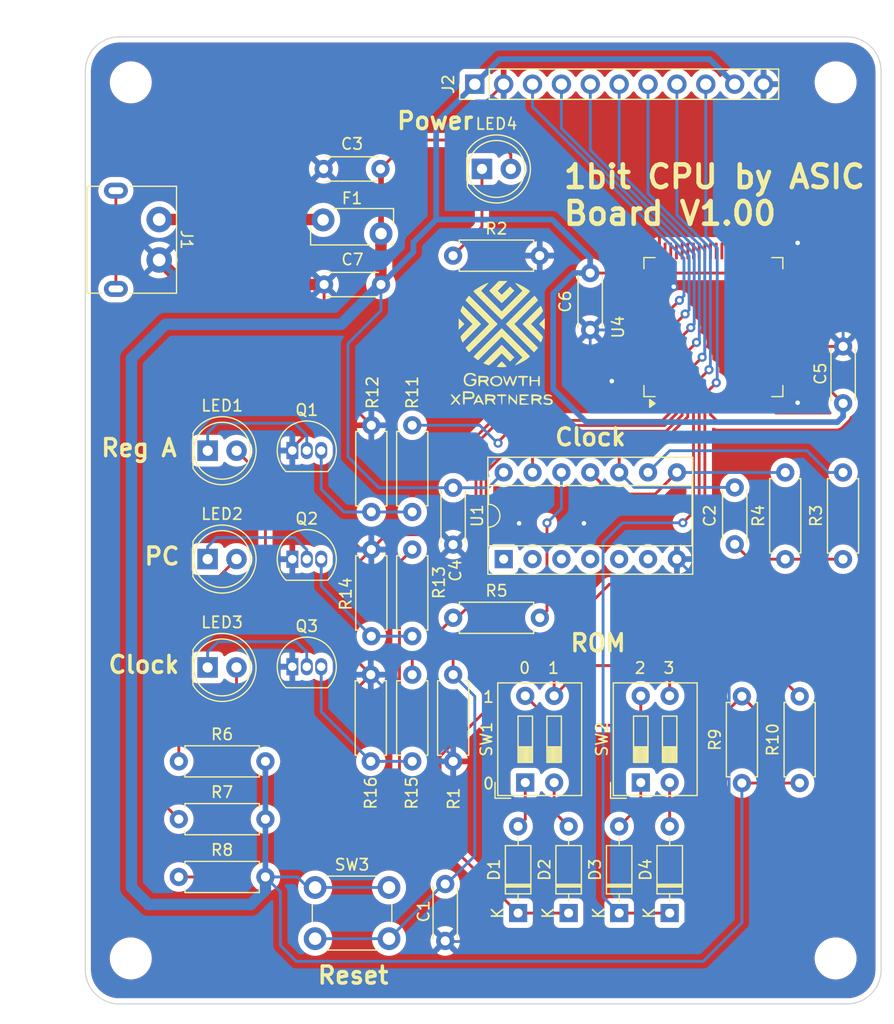
<source format=kicad_pcb>
(kicad_pcb (version 20240108) (generator "pcbnew") (generator_version "8.0")
  (layers (0 "F.Cu" signal) (31 "B.Cu" signal) (34 "B.Paste" user) (35 "F.Paste" user) (36 "B.SilkS" user "B.Silkscreen") (37 "F.SilkS" user "F.Silkscreen") (38 "B.Mask" user) (39 "F.Mask" user) (44 "Edge.Cuts" user))
  (net 0 "")
  (net 1 "Net-(J2-Pin_4)")
  (net 2 "GND")
  (net 3 "Net-(C2-Pad1)")
  (net 4 "Net-(C2-Pad2)")
  (net 5 "+5V")
  (net 6 "Net-(D1-K)")
  (net 7 "Net-(D1-A)")
  (net 8 "Net-(D2-A)")
  (net 9 "Net-(D3-K)")
  (net 10 "Net-(D3-A)")
  (net 11 "Net-(D4-A)")
  (net 12 "Net-(LED1-A)")
  (net 13 "Net-(LED2-A)")
  (net 14 "Net-(LED3-A)")
  (net 15 "Net-(LED4-K)")
  (net 16 "Net-(R3-Pad2)")
  (net 17 "Net-(R4-Pad2)")
  (net 18 "Net-(R5-Pad2)")
  (net 19 "Net-(LED1-K)")
  (net 20 "Net-(LED2-K)")
  (net 21 "Net-(LED3-K)")
  (net 22 "Net-(Q1-B)")
  (net 23 "Net-(F1-Pad1)")
  (net 24 "unconnected-(J1-SHIELD-PadS1)")
  (net 25 "Net-(Q2-B)")
  (net 26 "Net-(Q3-B)")
  (net 27 "Net-(J2-Pin_3)")
  (net 28 "Net-(J2-Pin_9)")
  (net 29 "Net-(J2-Pin_8)")
  (net 30 "Net-(J2-Pin_5)")
  (footprint "Package_DIP:DIP-14_W7.62mm_Socket" (layer "F.Cu") (at 142.24 104.14 90)
    (property "Reference" "U1")
    (property "Value" "74HC04")
  )
  (footprint "LOGO" (layer "F.Cu") (at 141.8 85)
    (property "Reference" "G***" (hide yes))
    (property "Value" "LOGO" (hide yes))
  )
  (footprint "LED_THT:LED_D5.0mm" (layer "F.Cu") (at 116.2 113.665)
    (property "Reference" "LED3")
    (property "Value" "LED" (hide yes))
  )
  (footprint "Package_TO_SOT_THT:TO-92_Inline" (layer "F.Cu") (at 123.65 113.6)
    (property "Reference" "Q3")
    (property "Value" "2SC1815")
  )
  (footprint "Resistor_THT:R_Axial_DIN0207_L6.3mm_D2.5mm_P7.62mm_Horizontal" (layer "F.Cu") (at 167.01 104.15 90)
    (property "Reference" "R4")
    (property "Value" "47k")
  )
  (footprint "Capacitor_THT:C_Disc_D4.3mm_W1.9mm_P5.00mm" (layer "F.Cu") (at 126.445 80.01)
    (property "Reference" "C7")
    (property "Value" "0.1u")
  )
  (footprint "Resistor_THT:R_Axial_DIN0207_L6.3mm_D2.5mm_P7.62mm_Horizontal" (layer "F.Cu") (at 134.2 114.3 -90)
    (property "Reference" "R15")
    (property "Value" "20k")
  )
  (footprint "Package_TO_SOT_THT:TO-92_Inline" (layer "F.Cu") (at 123.65 94.6)
    (property "Reference" "Q1")
    (property "Value" "2SC1815")
  )
  (footprint "MountingHole:MountingHole_3.2mm_M3" (layer "F.Cu") (at 171.44 62.24)
    (property "Reference" "H2" (hide yes))
    (property "Value" "MountingHole")
  )
  (footprint "Package_QFP:LQFP-80_12x12mm_P0.5mm" (layer "F.Cu") (at 160.6875 83.75 90)
    (property "Reference" "U4")
    (property "Value" "PTC06-1")
  )
  (footprint "Diode_THT:D_DO-35_SOD27_P7.62mm_Horizontal" (layer "F.Cu") (at 152.4 135.255 90)
    (property "Reference" "D3")
    (property "Value" "1N4148")
  )
  (footprint "LED_THT:LED_D5.0mm" (layer "F.Cu") (at 140.33 69.85)
    (property "Reference" "LED4")
    (property "Value" "LED" (hide yes))
  )
  (footprint "Capacitor_THT:C_Disc_D4.3mm_W1.9mm_P5.00mm" (layer "F.Cu") (at 172.1 85.45 -90)
    (property "Reference" "C5")
    (property "Value" "0.1u")
  )
  (footprint "Resistor_THT:R_Axial_DIN0207_L6.3mm_D2.5mm_P7.62mm_Horizontal" (layer "F.Cu") (at 172.09 104.15 90)
    (property "Reference" "R3")
    (property "Value" "100k")
  )
  (footprint "Diode_THT:D_DO-35_SOD27_P7.62mm_Horizontal" (layer "F.Cu") (at 156.845 135.255 90)
    (property "Reference" "D4")
    (property "Value" "1N4148")
  )
  (footprint "LED_THT:LED_D5.0mm" (layer "F.Cu") (at 116.205 94.615)
    (property "Reference" "LED1")
    (property "Value" "LED" (hide yes))
  )
  (footprint "Resistor_THT:R_Axial_DIN0207_L6.3mm_D2.5mm_P7.62mm_Horizontal" (layer "F.Cu") (at 163.195 123.825 90)
    (property "Reference" "R9")
    (property "Value" "10k")
  )
  (footprint "Resistor_THT:R_Axial_DIN0207_L6.3mm_D2.5mm_P7.62mm_Horizontal" (layer "F.Cu") (at 113.665 132.08)
    (property "Reference" "R8")
    (property "Value" "1k")
  )
  (footprint "Button_Switch_THT:SW_DIP_SPSTx02_Slide_9.78x7.26mm_W7.62mm_P2.54mm" (layer "F.Cu") (at 144.14 123.7825 90)
    (property "Reference" "SW1")
    (property "Value" "SW" (hide yes))
  )
  (footprint "MountingHole:MountingHole_3.2mm_M3" (layer "F.Cu") (at 109.44 62.24)
    (property "Reference" "H1" (hide yes))
    (property "Value" "MountingHole")
  )
  (footprint "Button_Switch_THT:SW_DIP_SPSTx02_Slide_9.78x7.26mm_W7.62mm_P2.54mm" (layer "F.Cu") (at 154.3 123.7825 90)
    (property "Reference" "SW2")
    (property "Value" "SW" (hide yes))
  )
  (footprint "Diode_THT:D_DO-35_SOD27_P7.62mm_Horizontal" (layer "F.Cu") (at 147.955 135.255 90)
    (property "Reference" "D2")
    (property "Value" "1N4148")
  )
  (footprint "Resistor_THT:R_Axial_DIN0207_L6.3mm_D2.5mm_P7.62mm_Horizontal" (layer "F.Cu") (at 137.8 114.3 -90)
    (property "Reference" "R1")
    (property "Value" "10k")
  )
  (footprint "LED_THT:LED_D5.0mm" (layer "F.Cu") (at 116.2 104.14)
    (property "Reference" "LED2")
    (property "Value" "LED" (hide yes))
  )
  (footprint "Capacitor_THT:C_Disc_D4.3mm_W1.9mm_P5.00mm" (layer "F.Cu") (at 137.795 102.87 90)
    (property "Reference" "C4")
    (property "Value" "0.1u")
  )
  (footprint "Resistor_THT:R_Axial_DIN0207_L6.3mm_D2.5mm_P7.62mm_Horizontal" (layer "F.Cu") (at 137.8 109.3)
    (property "Reference" "R5")
    (property "Value" "10k")
  )
  (footprint "Resistor_THT:R_Axial_DIN0207_L6.3mm_D2.5mm_P7.62mm_Horizontal" (layer "F.Cu") (at 113.665 127)
    (property "Reference" "R7")
    (property "Value" "1k")
  )
  (footprint "Button_Switch_THT:SW_PUSH_6mm" (layer "F.Cu") (at 125.655 133.005)
    (property "Reference" "SW3")
    (property "Value" "SW_Push" (hide yes))
  )
  (footprint "Library:USB_C_PowerOnly" (layer "F.Cu") (at 109.527 76.073 -90)
    (property "Reference" "J1")
    (property "Value" "USB_C_Receptacle_PowerOnly_6P")
  )
  (footprint "Package_TO_SOT_THT:TO-92_Inline" (layer "F.Cu") (at 123.65 104.15)
    (property "Reference" "Q2")
    (property "Value" "2SC1815")
  )
  (footprint "Resistor_THT:R_Axial_DIN0207_L6.3mm_D2.5mm_P7.62mm_Horizontal" (layer "F.Cu") (at 130.55 121.92 90)
    (property "Reference" "R16")
    (property "Value" "10k")
  )
  (footprint "Resistor_THT:R_Axial_DIN0207_L6.3mm_D2.5mm_P7.62mm_Horizontal" (layer "F.Cu") (at 130.6 100 90)
    (property "Reference" "R12")
    (property "Value" "10k")
  )
  (footprint "MountingHole:MountingHole_3.2mm_M3" (layer "F.Cu") (at 109.44 139.24)
    (property "Reference" "H4" (hide yes))
    (property "Value" "MountingHole")
  )
  (footprint "Capacitor_THT:C_Disc_D4.3mm_W1.9mm_P5.00mm" (layer "F.Cu") (at 162.565 102.84 90)
    (property "Reference" "C2")
    (property "Value" "10u")
  )
  (footprint "Resistor_THT:R_Axial_DIN0207_L6.3mm_D2.5mm_P7.62mm_Horizontal" (layer "F.Cu") (at 130.6 110.92 90)
    (property "Reference" "R14")
    (property "Value" "10k")
  )
  (footprint "Capacitor_THT:C_Disc_D4.3mm_W1.9mm_P5.00mm" (layer "F.Cu") (at 137.1 137.7 90)
    (property "Reference" "C1")
    (property "Value" "0.1u")
  )
  (footprint "Fuse:Fuse_Bourns_MF-RG300" (layer "F.Cu") (at 126.355 74.33)
    (property "Reference" "F1")
    (property "Value" "100mA")
  )
  (footprint "Capacitor_THT:C_Disc_D4.3mm_W1.9mm_P5.00mm" (layer "F.Cu") (at 126.405 69.85)
    (property "Reference" "C3")
    (property "Value" "10u")
  )
  (footprint "Capacitor_THT:C_Disc_D4.3mm_W1.9mm_P5.00mm" (layer "F.Cu") (at 149.85 84 90)
    (property "Reference" "C6")
    (property "Value" "0.1u")
  )
  (footprint "Diode_THT:D_DO-35_SOD27_P7.62mm_Horizontal" (layer "F.Cu") (at 143.51 135.255 90)
    (property "Reference" "D1")
    (property "Value" "1N4148")
  )
  (footprint "Connector_PinHeader_2.54mm:PinHeader_1x11_P2.54mm_Vertical" (layer "F.Cu") (at 139.7 62.4 90)
    (property "Reference" "J2")
    (property "Value" "Conn_01x11")
  )
  (footprint "Resistor_THT:R_Axial_DIN0207_L6.3mm_D2.5mm_P7.62mm_Horizontal" (layer "F.Cu") (at 168.275 123.825 90)
    (property "Reference" "R10")
    (property "Value" "10k")
  )
  (footprint "Resistor_THT:R_Axial_DIN0207_L6.3mm_D2.5mm_P7.62mm_Horizontal" (layer "F.Cu") (at 137.79 77.47)
    (property "Reference" "R2")
    (property "Value" "1k")
  )
  (footprint "Resistor_THT:R_Axial_DIN0207_L6.3mm_D2.5mm_P7.62mm_Horizontal" (layer "F.Cu") (at 134.2 92.38 -90)
    (property "Reference" "R11")
    (property "Value" "20k")
  )
  (footprint "Resistor_THT:R_Axial_DIN0207_L6.3mm_D2.5mm_P7.62mm_Horizontal" (layer "F.Cu") (at 113.665 121.92)
    (property "Reference" "R6")
    (property "Value" "1k")
  )
  (footprint "MountingHole:MountingHole_3.2mm_M3" (layer "F.Cu") (at 171.44 139.24)
    (property "Reference" "H3" (hide yes))
    (property "Value" "MountingHole")
  )
  (footprint "Resistor_THT:R_Axial_DIN0207_L6.3mm_D2.5mm_P7.62mm_Horizontal" (layer "F.Cu") (at 134.2 103.3 -90)
    (property "Reference" "R13")
    (property "Value" "20k")
  )
  (gr_arc (start 105.44 61.24) (mid 106.31868 59.11868) (end 108.44 58.24) (stroke (width 0.1)) (layer "Edge.Cuts"))
  (gr_line (start 105.44 140.24) (end 105.44 61.24) (stroke (width 0.1)) (layer "Edge.Cuts"))
  (gr_line (start 172.44 143.24) (end 108.44 143.24) (stroke (width 0.1)) (layer "Edge.Cuts"))
  (gr_arc (start 172.44 58.24) (mid 174.56132 59.11868) (end 175.44 61.24) (stroke (width 0.1)) (layer "Edge.Cuts"))
  (gr_arc (start 175.44 140.24) (mid 174.56132 142.36132) (end 172.44 143.24) (stroke (width 0.1)) (layer "Edge.Cuts"))
  (gr_arc (start 108.44 143.24) (mid 106.31868 142.36132) (end 105.44 140.24) (stroke (width 0.1)) (layer "Edge.Cuts"))
  (gr_line (start 175.44 61.24) (end 175.44 140.24) (stroke (width 0.1)) (layer "Edge.Cuts"))
  (gr_line (start 108.44 58.24) (end 172.44 58.24) (stroke (width 0.1)) (layer "Edge.Cuts"))
  (gr_text "0" (at 140.335 124.46 0) (layer "F.SilkS") (effects (font (size 1 1)) (justify left bottom)))
  (gr_text "3" (at 156.21 114.3 0) (layer "F.SilkS") (effects (font (size 1 1)) (justify left bottom)))
  (gr_text "Clock" (at 107.315 114.3 0) (layer "F.SilkS") (effects (font (size 1.5 1.5) (thickness 0.3) (bold yes)) (justify left bottom)))
  (gr_text "Reg A" (at 106.68 95.25 0) (layer "F.SilkS") (effects (font (size 1.5 1.5) (thickness 0.3) (bold yes)) (justify left bottom)))
  (gr_text "Reset" (at 125.73 141.605 0) (layer "F.SilkS") (effects (font (size 1.5 1.5) (thickness 0.3) (bold yes)) (justify left bottom)))
  (gr_text "1" (at 146.05 114.3 0) (layer "F.SilkS") (effects (font (size 1 1)) (justify left bottom)))
  (gr_text "ROM" (at 147.955 112.395 0) (layer "F.SilkS") (effects (font (size 1.5 1.5) (thickness 0.3) (bold yes)) (justify left bottom)))
  (gr_text "1" (at 140.335 116.84 0) (layer "F.SilkS") (effects (font (size 1 1)) (justify left bottom)))
  (gr_text "1bit CPU by ASIC\nBoard V1.00" (at 147.32 74.93 0) (layer "F.SilkS") (effects (font (size 2 2) (thickness 0.4) (bold yes)) (justify left bottom)))
  (gr_text "Power" (at 132.7 66.5 0) (layer "F.SilkS") (effects (font (size 1.5 1.5) (thickness 0.3) (bold yes)) (justify left bottom)))
  (gr_text "2" (at 153.67 114.3 0) (layer "F.SilkS") (effects (font (size 1 1)) (justify left bottom)))
  (gr_text "0" (at 143.51 114.3 0) (layer "F.SilkS") (effects (font (size 1 1)) (justify left bottom)))
  (gr_text "Clock" (at 146.6 94.3 0) (layer "F.SilkS") (effects (font (size 1.5 1.5) (thickness 0.3) (bold yes)) (justify left bottom)))
  (gr_text "PC" (at 110.49 104.775 0) (layer "F.SilkS") (effects (font (size 1.5 1.5) (thickness 0.3) (bold yes)) (justify left bottom)))
  (segment (start 131.705 137.505) (end 132.155 137.505) (width 0.25) (layer "F.Cu") (net 1))
  (segment (start 157.4375 91.361136) (end 156.398636 92.4) (width 0.25) (layer "F.Cu") (net 1))
  (segment (start 157.4375 83.3625) (end 157.4375 90.4375) (width 0.25) (layer "F.Cu") (net 1))
  (segment (start 137.795 112.255) (end 137.795 114.3) (width 0.25) (layer "F.Cu") (net 1))
  (segment (start 156.398636 92.4) (end 141.436396 92.4) (width 0.25) (layer "F.Cu") (net 1))
  (segment (start 141.436396 92.4) (end 140.25 93.586396) (width 0.25) (layer "F.Cu") (net 1))
  (segment (start 157.4375 90.4375) (end 157.4375 91.361136) (width 0.25) (layer "F.Cu") (net 1))
  (segment (start 140.25 93.586396) (end 140.25 109.8) (width 0.25) (layer "F.Cu") (net 1))
  (segment (start 158.2 82.6) (end 157.4375 83.3625) (width 0.25) (layer "F.Cu") (net 1))
  (segment (start 136.91 133.005) (end 137.16 132.755) (width 0.25) (layer "F.Cu") (net 1))
  (segment (start 140.25 109.8) (end 137.795 112.255) (width 0.25) (layer "F.Cu") (net 1))
  (via (at 158.2 82.6) (size 0.8) (drill 0.4) (layers "F.Cu" "B.Cu") (net 1))
  (segment (start 139.7 116.205) (end 137.795 114.3) (width 0.25) (layer "B.Cu") (net 1))
  (segment (start 147.32 66.283604) (end 147.32 62.4) (width 0.25) (layer "B.Cu") (net 1))
  (segment (start 125.655 137.505) (end 132.155 137.505) (width 0.25) (layer "B.Cu") (net 1))
  (segment (start 158.55 77.513604) (end 147.32 66.283604) (width 0.25) (layer "B.Cu") (net 1))
  (segment (start 132.155 137.505) (end 136.96 132.7) (width 0.25) (layer "B.Cu") (net 1))
  (segment (start 158.55 82.25) (end 158.55 77.513604) (width 0.25) (layer "B.Cu") (net 1))
  (segment (start 158.2 82.6) (end 158.55 82.25) (width 0.25) (layer "B.Cu") (net 1))
  (segment (start 137.16 132.755) (end 139.7 130.215) (width 0.25) (layer "B.Cu") (net 1))
  (segment (start 139.7 130.215) (end 139.7 116.205) (width 0.25) (layer "B.Cu") (net 1))
  (segment (start 136.96 132.7) (end 137.1 132.7) (width 0.25) (layer "B.Cu") (net 1))
  (segment (start 138.74 65.9) (end 130.355 65.9) (width 0.25) (layer "F.Cu") (net 2))
  (segment (start 123.65 94.6) (end 123.65 94.375) (width 0.25) (layer "F.Cu") (net 2))
  (segment (start 129 102.6) (end 129.7 103.3) (width 0.25) (layer "F.Cu") (net 2))
  (segment (start 154 88.5) (end 151.75 88.5) (width 0.25) (layer "F.Cu") (net 2))
  (segment (start 114.099 80.01) (end 111.94 77.851) (width 1) (layer "F.Cu") (net 2))
  (segment (start 134.1 134.7) (end 137.1 137.7) (width 0.25) (layer "F.Cu") (net 2))
  (segment (start 128.27 71.715) (end 128.27 78.185) (width 0.25) (layer "F.Cu") (net 2))
  (segment (start 128.95 125.45) (end 134.1 130.6) (width 0.25) (layer "F.Cu") (net 2))
  (segment (start 167.45 75.7) (end 168.1 76.35) (width 0.25) (layer "F.Cu") (net 2))
  (segment (start 130.6 103.3) (end 131.9 102) (width 0.25) (layer "F.Cu") (net 2))
  (segment (start 136.925 102) (end 137.795 102.87) (width 0.25) (layer "F.Cu") (net 2))
  (segment (start 129.05 104.85) (end 129.05 112.8) (width 0.25) (layer "F.Cu") (net 2))
  (segment (start 168.16224 88) (end 170.71224 85.45) (width 0.25) (layer "F.Cu") (net 2))
  (segment (start 126.405 69.85) (end 128.27 71.715) (width 0.25) (layer "F.Cu") (net 2))
  (segment (start 167.375 79) (end 168.1 78.275) (width 0.25) (layer "F.Cu") (net 2))
  (segment (start 134.1 130.6) (end 134.1 134.7) (width 0.25) (layer "F.Cu") (net 2))
  (segment (start 130.355 65.9) (end 126.405 69.85) (width 0.25) (layer "F.Cu") (net 2))
  (segment (start 168.1 78.275) (end 168.1 76.35) (width 0.25) (layer "F.Cu") (net 2))
  (segment (start 125.645 92.38) (end 130.6 92.38) (width 0.25) (layer "F.Cu") (net 2))
  (segment (start 170.71224 85.45) (end 172.1 85.45) (width 0.25) (layer "F.Cu") (net 2))
  (segment (start 130.6 103.3) (end 129.05 104.85) (width 0.25) (layer "F.Cu") (net 2))
  (segment (start 128.95 115.9) (end 128.95 125.45) (width 0.25) (layer "F.Cu") (net 2))
  (segment (start 129 97.3) (end 129 102.6) (width 0.25) (layer "F.Cu") (net 2))
  (segment (start 128.27 78.185) (end 126.445 80.01) (width 0.25) (layer "F.Cu") (net 2))
  (segment (start 130.6 92.38) (end 130.6 95.7) (width 0.25) (layer "F.Cu") (net 2))
  (segment (start 130.6 95.7) (end 129 97.3) (width 0.25) (layer "F.Cu") (net 2))
  (segment (start 126.445 80.01) (end 114.099 80.01) (width 1) (layer "F.Cu") (net 2))
  (segment (start 123.65 104.15) (end 123.65 113.6) (width 0.25) (layer "F.Cu") (net 2))
  (segment (start 131.9 102) (end 136.925 102) (width 0.25) (layer "F.Cu") (net 2))
  (segment (start 126.445 80.01) (end 126.445 88.225) (width 0.25) (layer "F.Cu") (net 2))
  (segment (start 136.91 137.505) (end 137.16 137.755) (width 0.25) (layer "F.Cu") (net 2))
  (segment (start 126.445 88.225) (end 130.6 92.38) (width 0.25) (layer "F.Cu") (net 2))
  (segment (start 129.7 103.3) (end 130.6 103.3) (width 0.25) (layer "F.Cu") (net 2))
  (segment (start 130.55 114.3) (end 128.95 115.9) (width 0.25) (layer "F.Cu") (net 2))
  (segment (start 157.2 80.2) (end 156.4375 80.9625) (width 0.25) (layer "F.Cu") (net 2))
  (segment (start 156.4375 80.9625) (end 156.4375 90.4375) (width 0.25) (layer "F.Cu") (net 2))
  (segment (start 123.65 94.6) (end 123.65 104.15) (width 0.25) (layer "F.Cu") (net 2))
  (segment (start 155.9375 77.0625) (end 155.9375 75.9125) (width 0.25) (layer "F.Cu") (net 2))
  (segment (start 168.0625 90.4375) (end 168.1 90.4) (width 0.25) (layer "F.Cu") (net 2))
  (segment (start 156.15 75.7) (end 167.45 75.7) (width 0.25) (layer "F.Cu") (net 2))
  (segment (start 129.05 112.8) (end 130.55 114.3) (width 0.25) (layer "F.Cu") (net 2))
  (segment (start 123.65 94.375) (end 125.645 92.38) (width 0.25) (layer "F.Cu") (net 2))
  (segment (start 165.4375 90.4375) (end 168.0625 90.4375) (width 0.25) (layer "F.Cu") (net 2))
  (segment (start 167.375 88) (end 168.16224 88) (width 0.25) (layer "F.Cu") (net 2))
  (segment (start 142.24 62.4) (end 138.74 65.9) (width 0.25) (layer "F.Cu") (net 2))
  (segment (start 155.9375 75.9125) (end 156.15 75.7) (width 0.25) (layer "F.Cu") (net 2))
  (via (at 149.3 101) (size 0.8) (drill 0.4) (layers "F.Cu" "B.Cu") (net 2))
  (via (at 168.1 76.35) (size 0.8) (drill 0.4) (layers "F.Cu" "B.Cu") (net 2))
  (via (at 151.75 88.5) (size 0.8) (drill 0.4) (layers "F.Cu" "B.Cu") (net 2))
  (via (at 168.1 90.4) (size 0.8) (drill 0.4) (layers "F.Cu" "B.Cu") (net 2))
  (via (at 143.6 101) (size 0.8) (drill 0.4) (layers "F.Cu" "B.Cu") (net 2))
  (via (at 157.2 80.2) (size 0.8) (drill 0.4) (layers "F.Cu" "B.Cu") (net 2))
  (segment (start 168.1 89.45) (end 172.1 85.45) (width 0.25) (layer "B.Cu") (net 2))
  (segment (start 151.75 88.5) (end 149.85 86.6) (width 0.25) (layer "B.Cu") (net 2))
  (segment (start 137.8 121.55) (end 137.8 121.92) (width 0.25) (layer "B.Cu") (net 2))
  (segment (start 168.1 76.35) (end 168.1 70.7) (width 0.25) (layer "B.Cu") (net 2))
  (segment (start 156.55 80.2) (end 152.75 84) (width 0.25) (layer "B.Cu") (net 2))
  (segment (start 157.2 80.2) (end 156.55 80.2) (width 0.25) (layer "B.Cu") (net 2))
  (segment (start 162.07 132.28) (end 156.595 137.755) (width 0.25) (layer "B.Cu") (net 2))
  (segment (start 152.75 84) (end 149.85 84) (width 0.25) (layer "B.Cu") (net 2))
  (segment (start 168.1 70.7) (end 165.1 67.7) (width 0.25) (layer "B.Cu") (net 2))
  (segment (start 168.1 76.35) (end 172.1 80.35) (width 0.25) (layer "B.Cu") (net 2))
  (segment (start 168.1 90.4) (end 168.1 89.45) (width 0.25) (layer "B.Cu") (net 2))
  (segment (start 156.595 137.755) (end 137.16 137.755) (width 0.25) (layer "B.Cu") (net 2))
  (segment (start 130.55 114.3) (end 137.8 121.55) (width 0.25) (layer "B.Cu") (net 2))
  (segment (start 162.07 108.73) (end 162.07 132.28) (width 0.25) (layer "B.Cu") (net 2))
  (segment (start 172.1 80.35) (end 172.1 85.45) (width 0.25) (layer "B.Cu") (net 2))
  (segment (start 165.1 67.7) (end 165.1 62.4) (width 0.25) (layer "B.Cu") (net 2))
  (segment (start 157.48 104.14) (end 162.07 108.73) (width 0.25) (layer "B.Cu") (net 2))
  (segment (start 149.85 86.6) (end 149.85 84) (width 0.25) (layer "B.Cu") (net 2))
  (segment (start 167.01 104.15) (end 163.875 104.15) (width 0.25) (layer "F.Cu") (net 3))
  (segment (start 172.09 104.15) (end 167.01 104.15) (width 0.25) (layer "F.Cu") (net 3))
  (segment (start 163.875 104.15) (end 162.565 102.84) (width 0.25) (layer "F.Cu") (net 3))
  (segment (start 144.78 96.52) (end 144.78 95.25) (width 0.25) (layer "F.Cu") (net 4))
  (segment (start 144.78 95.25) (end 146.05 93.98) (width 0.25) (layer "F.Cu") (net 4))
  (segment (start 151.13 93.98) (end 152.4 95.25) (width 0.25) (layer "F.Cu") (net 4))
  (segment (start 152.4 95.25) (end 152.4 96.52) (width 0.25) (layer "F.Cu") (net 4))
  (segment (start 146.05 93.98) (end 151.13 93.98) (width 0.25) (layer "F.Cu") (net 4))
  (segment (start 153.72 97.84) (end 152.4 96.52) (width 0.25) (layer "B.Cu") (net 4))
  (segment (start 162.565 97.84) (end 153.72 97.84) (width 0.25) (layer "B.Cu") (net 4))
  (segment (start 171.5 92.05) (end 172.1 91.45) (width 0.25) (layer "F.Cu") (net 5))
  (segment (start 131.405 69.85) (end 131.405 69.905) (width 0.25) (layer "F.Cu") (net 5))
  (segment (start 165.4375 79.1) (end 165.4375 77.0625) (width 0.25) (layer "F.Cu") (net 5))
  (segment (start 131.455 75.53) (end 131.455 76.455) (width 0.25) (layer "F.Cu") (net 5))
  (segment (start 160.4375 91.4375) (end 161.05 92.05) (width 0.25) (layer "F.Cu") (net 5))
  (segment (start 165.4375 87.34974) (end 165.4375 79.1) (width 0.25) (layer "F.Cu") (net 5))
  (segment (start 154 79) (end 149.85 79) (width 0.25) (layer "F.Cu") (net 5))
  (segment (start 133.945 67.31) (end 141.605 67.31) (width 0.25) (layer "F.Cu") (net 5))
  (segment (start 161.05 92.05) (end 171.5 92.05) (width 0.25) (layer "F.Cu") (net 5))
  (segment (start 141.605 67.31) (end 142.87 68.575) (width 0.25) (layer "F.Cu") (net 5))
  (segment (start 131.405 79.97) (end 131.445 80.01) (width 0.25) (layer "F.Cu") (net 5))
  (segment (start 131.455 69.955) (end 131.455 75.53) (width 0.5) (layer "F.Cu") (net 5))
  (segment (start 163.195 123.825) (end 168.275 123.825) (width 0.25) (layer "F.Cu") (net 5))
  (segment (start 166.58776 88.5) (end 165.4375 87.34974) (width 0.25) (layer "F.Cu") (net 5))
  (segment (start 154 79) (end 155.9 79) (width 0.25) (layer "F.Cu") (net 5))
  (segment (start 131.405 69.905) (end 131.455 69.955) (width 0.25) (layer "F.Cu") (net 5))
  (segment (start 155.9 79) (end 165.3375 79) (width 0.25) (layer "F.Cu") (net 5))
  (segment (start 131.445 76.465) (end 131.445 76.477845) (width 1) (layer "F.Cu") (net 5))
  (segment (start 172.1 91.45) (end 172.1 90.45) (width 0.25) (layer "F.Cu") (net 5))
  (segment (start 131.455 76.455) (end 131.445 76.465) (width 0.25) (layer "F.Cu") (net 5))
  (segment (start 160.4375 90.4375) (end 160.4375 91.4375) (width 0.25) (layer "F.Cu") (net 5))
  (segment (start 142.87 68.575) (end 142.87 69.85) (width 0.25) (layer "F.Cu") (net 5))
  (segment (start 165.3375 79) (end 165.4375 79.1) (width 0.25) (layer "F.Cu") (net 5))
  (segment (start 167.375 88.5) (end 170.15 88.5) (width 0.25) (layer "F.Cu") (net 5))
  (segment (start 167.375 88.5) (end 166.58776 88.5) (width 0.25) (layer "F.Cu") (net 5))
  (segment (start 170.15 88.5) (end 172.1 90.45) (width 0.25) (layer "F.Cu") (net 5))
  (segment (start 155.9375 90.4375) (end 155.9375 79.0375) (width 0.25) (layer "F.Cu") (net 5))
  (segment (start 131.405 69.85) (end 133.945 67.31) (width 0.25) (layer "F.Cu") (net 5))
  (segment (start 131.445 76.477845) (end 131.445 80.01) (width 1) (layer "F.Cu") (net 5))
  (segment (start 155.9375 79.0375) (end 155.9 79) (width 0.25) (layer "F.Cu") (net 5))
  (segment (start 136.3 74.3) (end 146.5 74.3) (width 0.5) (layer "B.Cu") (net 5))
  (segment (start 131.445 80.01) (end 134.3 77.155) (width 0.5) (layer "B.Cu") (net 5))
  (segment (start 127.955 83.5) (end 131.445 80.01) (width 1) (layer "B.Cu") (net 5))
  (segment (start 134.3 76.3) (end 136.3 74.3) (width 0.5) (layer "B.Cu") (net 5))
  (segment (start 146.6 80.8) (end 146.6 89.2) (width 0.5) (layer "B.Cu") (net 5))
  (segment (start 136.3 74.3) (end 136.3 65.8) (width 0.5) (layer "B.Cu") (net 5))
  (segment (start 160.36 60.2) (end 162.56 62.4) (width 0.5) (layer "B.Cu") (net 5))
  (segment (start 146.6 89.2) (end 149.5 92.1) (width 0.5) (layer "B.Cu") (net 5))
  (segment (start 121.285 132.08) (end 124.093604 132.08) (width 0.25) (layer "B.Cu") (net 5))
  (segment (start 109.5 86.5) (end 112.5 83.5) (width 1) (layer "B.Cu") (net 5))
  (segment (start 121.285 133.215) (end 120 134.5) (width 1) (layer "B.Cu") (net 5))
  (segment (start 149.85 79) (end 148.4 79) (width 0.5) (layer "B.Cu") (net 5))
  (segment (start 122.6 138.1) (end 124 139.5) (width 0.25) (layer "B.Cu") (net 5))
  (segment (start 112.5 83.5) (end 127.955 83.5) (width 1) (layer "B.Cu") (net 5))
  (segment (start 159.8 139.5) (end 163.195 136.105) (width 0.25) (layer "B.Cu") (net 5))
  (segment (start 146.5 74.3) (end 149.85 77.65) (width 0.5) (layer "B.Cu") (net 5))
  (segment (start 120 134.5) (end 111 134.5) (width 1) (layer "B.Cu") (net 5))
  (segment (start 121.285 132.08) (end 122.6 133.395) (width 0.25) (layer "B.Cu") (net 5))
  (segment (start 109.5 133) (end 109.5 86.5) (width 1) (layer "B.Cu") (net 5))
  (segment (start 124 139.5) (end 159.8 139.5) (width 0.25) (layer "B.Cu") (net 5))
  (segment (start 136.3 65.8) (end 139.7 62.4) (width 0.5) (layer "B.Cu") (net 5))
  (segment (start 122.6 133.395) (end 122.6 138.1) (width 0.25) (layer "B.Cu") (net 5))
  (segment (start 128.55 95.15) (end 131.27 97.87) (width 0.25) (layer "B.Cu") (net 5))
  (segment (start 131.445 82.305) (end 128.55 85.2) (width 0.25) (layer "B.Cu") (net 5))
  (segment (start 134.3 77.155) (end 134.3 76.3) (width 0.5) (layer "B.Cu") (net 5))
  (segment (start 163.195 136.105) (end 163.195 123.825) (width 0.25) (layer "B.Cu") (net 5))
  (segment (start 125.655 133.005) (end 132.155 133.005) (width 0.25) (layer "B.Cu") (net 5))
  (segment (start 121.285 121.92) (end 121.285 127) (width 0.5) (layer "B.Cu") (net 5))
  (segment (start 140.89 97.87) (end 142.24 96.52) (width 0.25) (layer "B.Cu") (net 5))
  (segment (start 131.27 97.87) (end 137.795 97.87) (width 0.25) (layer "B.Cu") (net 5))
  (segment (start 128.55 85.2) (end 128.55 95.15) (width 0.25) (layer "B.Cu") (net 5))
  (segment (start 137.795 97.87) (end 140.89 97.87) (width 0.25) (layer "B.Cu") (net 5))
  (segment (start 121.285 127) (end 121.285 132.08) (width 0.5) (layer "B.Cu") (net 5))
  (segment (start 111 134.5) (end 109.5 133) (width 1) (layer "B.Cu") (net 5))
  (segment (start 139.7 62.4) (end 141.9 60.2) (width 0.5) (layer "B.Cu") (net 5))
  (segment (start 141.9 60.2) (end 160.36 60.2) (width 0.5) (layer "B.Cu") (net 5))
  (segment (start 148.4 79) (end 146.6 80.8) (width 0.5) (layer "B.Cu") (net 5))
  (segment (start 124.093604 132.08) (end 125.336802 133.323198) (width 0.25) (layer "B.Cu") (net 5))
  (segment (start 172.1 91.6) (end 172.1 90.45) (width 0.5) (layer "B.Cu") (net 5))
  (segment (start 149.85 77.65) (end 149.85 79) (width 0.5) (layer "B.Cu") (net 5))
  (segment (start 171.6 92.1) (end 172.1 91.6) (width 0.5) (layer "B.Cu") (net 5))
  (segment (start 131.445 80.01) (end 131.445 82.305) (width 0.25) (layer "B.Cu") (net 5))
  (segment (start 149.5 92.1) (end 171.6 92.1) (width 0.5) (layer "B.Cu") (net 5))
  (segment (start 121.285 132.08) (end 121.285 133.215) (width 1) (layer "B.Cu") (net 5))
  (segment (start 158.4375 85.8625) (end 158.4375 90.4375) (width 0.25) (layer "F.Cu") (net 6))
  (segment (start 156.721428 93.35) (end 158.4375 91.633928) (width 0.25) (layer "F.Cu") (net 6))
  (segment (start 143.819009 93.35) (end 156.721428 93.35) (width 0.25) (layer "F.Cu") (net 6))
  (segment (start 134.2 103.3) (end 133.075 104.425) (width 0.25) (layer "F.Cu") (net 6))
  (segment (start 133.075 104.425) (end 133.075 124.82) (width 0.25) (layer "F.Cu") (net 6))
  (segment (start 133.075 124.82) (end 136.6775 128.4225) (width 0.25) (layer "F.Cu") (net 6))
  (segment (start 159.2 85.1) (end 158.4375 85.8625) (width 0.25) (layer "F.Cu") (net 6))
  (segment (start 140.7 117.424009) (end 140.7 96.469009) (width 0.25) (layer "F.Cu") (net 6))
  (segment (start 136.65 121.474009) (end 140.7 117.424009) (width 0.25) (layer "F.Cu") (net 6))
  (segment (start 136.6775 128.4225) (end 143.51 135.255) (width 0.25) (layer "F.Cu") (net 6))
  (segment (start 143.51 135.255) (end 147.955 135.255) (width 0.25) (layer "F.Cu") (net 6))
  (segment (start 136.6775 128.4225) (end 136.65 128.395) (width 0.25) (layer "F.Cu") (net 6))
  (segment (start 140.7 96.469009) (end 143.819009 93.35) (width 0.25) (layer "F.Cu") (net 6))
  (segment (start 136.65 128.395) (end 136.65 121.474009) (width 0.25) (layer "F.Cu") (net 6))
  (segment (start 158.4375 91.633928) (end 158.4375 90.4375) (width 0.25) (layer "F.Cu") (net 6))
  (via (at 159.2 85.1) (size 0.8) (drill 0.4) (layers "F.Cu" "B.Cu") (net 6))
  (segment (start 159.2 85.1) (end 159.45 84.85) (width 0.25) (layer "B.Cu") (net 6))
  (segment (start 159.45 84.85) (end 159.45 77.140812) (width 0.25) (layer "B.Cu") (net 6))
  (segment (start 152.4 70.090812) (end 152.4 62.4) (width 0.25) (layer "B.Cu") (net 6))
  (segment (start 159.45 77.140812) (end 152.4 70.090812) (width 0.25) (layer "B.Cu") (net 6))
  (segment (start 144.14 127.005) (end 143.51 127.635) (width 0.25) (layer "F.Cu") (net 7))
  (segment (start 144.14 123.7825) (end 144.14 127.005) (width 0.25) (layer "F.Cu") (net 7))
  (segment (start 146.68 123.7825) (end 146.68 126.36) (width 0.25) (layer "F.Cu") (net 8))
  (segment (start 146.68 126.36) (end 147.955 127.635) (width 0.25) (layer "F.Cu") (net 8))
  (segment (start 158.9375 90.4375) (end 158.9375 96.653491) (width 0.25) (layer "F.Cu") (net 9))
  (segment (start 152.4 135.255) (end 156.845 135.255) (width 0.25) (layer "F.Cu") (net 9))
  (segment (start 159.7 86.4) (end 158.9375 87.1625) (width 0.25) (layer "F.Cu") (net 9))
  (segment (start 158.9375 96.653491) (end 158.9375 100.0125) (width 0.25) (layer "F.Cu") (net 9))
  (segment (start 158.9375 100.0125) (end 158 100.95) (width 0.25) (layer "F.Cu") (net 9))
  (segment (start 158.9375 87.1625) (end 158.9375 90.4375) (width 0.25) (layer "F.Cu") (net 9))
  (via (at 159.7 86.4) (size 0.8) (drill 0.4) (layers "F.Cu" "B.Cu") (net 9))
  (via (at 158 100.95) (size 0.8) (drill 0.4) (layers "F.Cu" "B.Cu") (net 9))
  (segment (start 150.985 102.665) (end 150.985 133.84) (width 0.25) (layer "B.Cu") (net 9))
  (segment (start 159.925 76.979416) (end 154.94 71.994416) (width 0.25) (layer "B.Cu") (net 9))
  (segment (start 150.985 133.84) (end 152.4 135.255) (width 0.25) (layer "B.Cu") (net 9))
  (segment (start 158 100.95) (end 152.7 100.95) (width 0.25) (layer "B.Cu") (net 9))
  (segment (start 152.7 100.95) (end 150.985 102.665) (width 0.25) (layer "B.Cu") (net 9))
  (segment (start 154.94 71.994416) (end 154.94 62.4) (width 0.25) (layer "B.Cu") (net 9))
  (segment (start 159.925 86.175) (end 159.925 76.979416) (width 0.25) (layer "B.Cu") (net 9))
  (segment (start 159.7 86.4) (end 159.925 86.175) (width 0.25) (layer "B.Cu") (net 9))
  (segment (start 154.3 125.735) (end 152.4 127.635) (width 0.25) (layer "F.Cu") (net 10))
  (segment (start 154.3 123.7825) (end 154.3 125.735) (width 0.25) (layer "F.Cu") (net 10))
  (segment (start 156.84 123.7825) (end 156.84 127.63) (width 0.25) (layer "F.Cu") (net 11))
  (segment (start 156.84 127.63) (end 156.845 127.635) (width 0.25) (layer "F.Cu") (net 11))
  (segment (start 121.285 104.775) (end 113.665 112.395) (width 0.25) (layer "F.Cu") (net 12))
  (segment (start 118.745 94.615) (end 121.285 97.155) (width 0.25) (layer "F.Cu") (net 12))
  (segment (start 121.285 97.155) (end 121.285 104.775) (width 0.25) (layer "F.Cu") (net 12))
  (segment (start 113.665 112.395) (end 113.665 121.92) (width 0.25) (layer "F.Cu") (net 12))
  (segment (start 118.74 104.14) (end 111.76 111.12) (width 0.25) (layer "F.Cu") (net 13))
  (segment (start 111.76 111.12) (end 111.76 125.095) (width 0.25) (layer "F.Cu") (net 13))
  (segment (start 111.76 125.095) (end 113.665 127) (width 0.25) (layer "F.Cu") (net 13))
  (segment (start 117.475 132.08) (end 113.665 132.08) (width 0.25) (layer "F.Cu") (net 14))
  (segment (start 118.74 113.665) (end 118.74 130.815) (width 0.25) (layer "F.Cu") (net 14))
  (segment (start 118.74 130.815) (end 117.475 132.08) (width 0.25) (layer "F.Cu") (net 14))
  (segment (start 140.33 74.93) (end 137.79 77.47) (width 0.25) (layer "F.Cu") (net 15))
  (segment (start 140.33 69.85) (end 140.33 74.93) (width 0.25) (layer "F.Cu") (net 15))
  (segment (start 172.09 96.53) (end 170.825 96.53) (width 0.25) (layer "B.Cu") (net 16))
  (segment (start 156.845 94.615) (end 154.94 96.52) (width 0.25) (layer "B.Cu") (net 16))
  (segment (start 170.825 96.53) (end 168.91 94.615) (width 0.25) (layer "B.Cu") (net 16))
  (segment (start 168.91 94.615) (end 156.845 94.615) (width 0.25) (layer "B.Cu") (net 16))
  (segment (start 157.48 96.52) (end 155.575 98.425) (width 0.25) (layer "F.Cu") (net 17))
  (segment (start 151.765 98.425) (end 149.86 96.52) (width 0.25) (layer "F.Cu") (net 17))
  (segment (start 155.575 98.425) (end 151.765 98.425) (width 0.25) (layer "F.Cu") (net 17))
  (segment (start 157.49 96.53) (end 157.48 96.52) (width 0.25) (layer "B.Cu") (net 17))
  (segment (start 167.01 96.53) (end 157.49 96.53) (width 0.25) (layer "B.Cu") (net 17))
  (segment (start 146.05 100.965) (end 146.05 108.67) (width 0.25) (layer "F.Cu") (net 18))
  (segment (start 146.05 108.67) (end 145.42 109.3) (width 0.25) (layer "F.Cu") (net 18))
  (via (at 146.05 100.965) (size 0.8) (drill 0.4) (layers "F.Cu" "B.Cu") (net 18))
  (segment (start 147.32 99.695) (end 146.05 100.965) (width 0.25) (layer "B.Cu") (net 18))
  (segment (start 147.32 96.52) (end 147.32 99.695) (width 0.25) (layer "B.Cu") (net 18))
  (segment (start 116.205 94.615) (end 116.205 93.045) (width 0.25) (layer "B.Cu") (net 19))
  (segment (start 124.92 93.27) (end 124.92 94.6) (width 0.25) (layer "B.Cu") (net 19))
  (segment (start 123.85 92.2) (end 124.92 93.27) (width 0.25) (layer "B.Cu") (net 19))
  (segment (start 117.05 92.2) (end 123.85 92.2) (width 0.25) (layer "B.Cu") (net 19))
  (segment (start 116.205 93.045) (end 117.05 92.2) (width 0.25) (layer "B.Cu") (net 19))
  (segment (start 116.205 104.135) (end 116.2 104.14) (width 0.25) (layer "F.Cu") (net 20))
  (segment (start 116.2 103.05) (end 117 102.25) (width 0.25) (layer "B.Cu") (net 20))
  (segment (start 123.85 102.25) (end 124.92 103.32) (width 0.25) (layer "B.Cu") (net 20))
  (segment (start 124.92 103.32) (end 124.92 104.15) (width 0.25) (layer "B.Cu") (net 20))
  (segment (start 116.2 104.14) (end 116.2 103.05) (width 0.25) (layer "B.Cu") (net 20))
  (segment (start 117 102.25) (end 123.85 102.25) (width 0.25) (layer "B.Cu") (net 20))
  (segment (start 124 111.4) (end 124.92 112.32) (width 0.25) (layer "B.Cu") (net 21))
  (segment (start 116.2 113.665) (end 116.2 112.3) (width 0.25) (layer "B.Cu") (net 21))
  (segment (start 116.2 112.3) (end 117.1 111.4) (width 0.25) (layer "B.Cu") (net 21))
  (segment (start 117.1 111.4) (end 124 111.4) (width 0.25) (layer "B.Cu") (net 21))
  (segment (start 124.92 112.32) (end 124.92 113.6) (width 0.25) (layer "B.Cu") (net 21))
  (segment (start 126.19 97.99) (end 128.2 100) (width 0.25) (layer "B.Cu") (net 22))
  (segment (start 130.6 100) (end 134.2 100) (width 0.25) (layer "B.Cu") (net 22))
  (segment (start 128.2 100) (end 130.6 100) (width 0.25) (layer "B.Cu") (net 22))
  (segment (start 126.19 94.6) (end 126.19 97.99) (width 0.25) (layer "B.Cu") (net 22))
  (segment (start 126.32 74.295) (end 126.355 74.33) (width 0.25) (layer "F.Cu") (net 23))
  (segment (start 111.94 74.295) (end 126.32 74.295) (width 1) (layer "F.Cu") (net 23))
  (segment (start 108.13 71.755) (end 108.13 80.391) (width 0.25) (layer "F.Cu") (net 24))
  (segment (start 126.19 106.51) (end 130.6 110.92) (width 0.25) (layer "B.Cu") (net 25))
  (segment (start 126.19 104.15) (end 126.19 106.51) (width 0.25) (layer "B.Cu") (net 25))
  (segment (start 130.6 110.92) (end 134.2 110.92) (width 0.25) (layer "B.Cu") (net 25))
  (segment (start 126.19 113.6) (end 126.19 117.56) (width 0.25) (layer "B.Cu") (net 26))
  (segment (start 130.55 121.92) (end 134.2 121.92) (width 0.25) (layer "B.Cu") (net 26))
  (segment (start 126.19 117.56) (end 130.55 121.92) (width 0.25) (layer "B.Cu") (net 26))
  (segment (start 139.8 107.65) (end 138.15 109.3) (width 0.25) (layer "F.Cu") (net 27))
  (segment (start 138.15 109.3) (end 137.8 109.3) (width 0.25) (layer "F.Cu") (net 27))
  (segment (start 134.2 114.3) (end 134.2 112.9) (width 0.25) (layer "F.Cu") (net 27))
  (segment (start 156.9375 82.1625) (end 156.9375 90.4375) (width 0.25) (layer "F.Cu") (net 27))
  (segment (start 156.9375 91.22474) (end 156.21224 91.95) (width 0.25) (layer "F.Cu") (net 27))
  (segment (start 157.7 81.4) (end 156.9375 82.1625) (width 0.25) (layer "F.Cu") (net 27))
  (segment (start 156.21224 91.95) (end 141.25 91.95) (width 0.25) (layer "F.Cu") (net 27))
  (segment (start 156.9375 90.4375) (end 156.9375 91.22474) (width 0.25) (layer "F.Cu") (net 27))
  (segment (start 139.8 93.4) (end 139.8 107.65) (width 0.25) (layer "F.Cu") (net 27))
  (segment (start 134.2 112.9) (end 137.8 109.3) (width 0.25) (layer "F.Cu") (net 27))
  (segment (start 141.25 91.95) (end 139.8 93.4) (width 0.25) (layer "F.Cu") (net 27))
  (via (at 157.7 81.4) (size 0.8) (drill 0.4) (layers "F.Cu" "B.Cu") (net 27))
  (segment (start 157.7 81.4) (end 158.1 81) (width 0.25) (layer "B.Cu") (net 27))
  (segment (start 144.78 64.38) (end 144.78 62.4) (width 0.25) (layer "B.Cu") (net 27))
  (segment (start 158.1 81) (end 158.1 77.7) (width 0.25) (layer "B.Cu") (net 27))
  (segment (start 158.1 77.7) (end 144.78 64.38) (width 0.25) (layer "B.Cu") (net 27))
  (segment (start 163.195 116.205) (end 165.69 118.7) (width 0.25) (layer "F.Cu") (net 28))
  (segment (start 154.3 116.1625) (end 154.3 118.74) (width 0.25) (layer "F.Cu") (net 28))
  (segment (start 169.6 106.35) (end 161.288604 106.35) (width 0.25) (layer "F.Cu") (net 28))
  (segment (start 171.3 117.5) (end 171.3 108.05) (width 0.25) (layer "F.Cu") (net 28))
  (segment (start 165.69 118.7) (end 170.1 118.7) (width 0.25) (layer "F.Cu") (net 28))
  (segment (start 154.3 118.74) (end 154.305 118.745) (width 0.25) (layer "F.Cu") (net 28))
  (segment (start 161.288604 106.35) (end 159.9375 104.998896) (width 0.25) (layer "F.Cu") (net 28))
  (segment (start 146.7225 118.745) (end 144.14 116.1625) (width 0.25) (layer "F.Cu") (net 28))
  (segment (start 171.3 108.05) (end 169.6 106.35) (width 0.25) (layer "F.Cu") (net 28))
  (segment (start 163.195 116.205) (end 160.655 118.745) (width 0.25) (layer "F.Cu") (net 28))
  (segment (start 170.1 118.7) (end 171.3 117.5) (width 0.25) (layer "F.Cu") (net 28))
  (segment (start 160.94388 88.64388) (end 159.9375 89.65026) (width 0.25) (layer "F.Cu") (net 28))
  (segment (start 160.655 118.745) (end 154.305 118.745) (width 0.25) (layer "F.Cu") (net 28))
  (segment (start 154.305 118.745) (end 146.7225 118.745) (width 0.25) (layer "F.Cu") (net 28))
  (segment (start 159.9375 104.998896) (end 159.9375 90.4375) (width 0.25) (layer "F.Cu") (net 28))
  (segment (start 159.9375 89.65026) (end 159.9375 90.4375) (width 0.25) (layer "F.Cu") (net 28))
  (via (at 160.94388 88.64388) (size 0.8) (drill 0.4) (layers "F.Cu" "B.Cu") (net 28))
  (segment (start 160.02 75.801624) (end 160.02 62.4) (width 0.25) (layer "B.Cu") (net 28))
  (segment (start 161.025 88.56276) (end 161.025 76.806624) (width 0.25) (layer "B.Cu") (net 28))
  (segment (start 160.94388 88.64388) (end 161.025 88.56276) (width 0.25) (layer "B.Cu") (net 28))
  (segment (start 161.025 76.806624) (end 160.02 75.801624) (width 0.25) (layer "B.Cu") (net 28))
  (segment (start 168.275 116.205) (end 165.57 113.5) (width 0.25) (layer "F.Cu") (net 29))
  (segment (start 159.4375 104.9125) (end 159.4375 90.4375) (width 0.25) (layer "F.Cu") (net 29))
  (segment (start 156.85 113.5) (end 149.3425 113.5) (width 0.25) (layer "F.Cu") (net 29))
  (segment (start 159.4375 88.3625) (end 159.4375 90.4375) (width 0.25) (layer "F.Cu") (net 29))
  (segment (start 159.8 113.5) (end 159.5025 113.5) (width 0.25) (layer "F.Cu") (net 29))
  (segment (start 149.3425 113.5) (end 146.68 116.1625) (width 0.25) (layer "F.Cu") (net 29))
  (segment (start 156.84 113.51) (end 156.85 113.5) (width 0.25) (layer "F.Cu") (net 29))
  (segment (start 160.3 87.5) (end 159.4375 88.3625) (width 0.25) (layer "F.Cu") (net 29))
  (segment (start 146.68 111.22) (end 151.55 106.35) (width 0.25) (layer "F.Cu") (net 29))
  (segment (start 165.57 113.5) (end 159.8 113.5) (width 0.25) (layer "F.Cu") (net 29))
  (segment (start 156.84 116.1625) (end 156.84 113.51) (width 0.25) (layer "F.Cu") (net 29))
  (segment (start 159.5025 113.5) (end 156.85 113.5) (width 0.25) (layer "F.Cu") (net 29))
  (segment (start 151.55 106.35) (end 158 106.35) (width 0.25) (layer "F.Cu") (net 29))
  (segment (start 146.68 116.1625) (end 146.68 111.22) (width 0.25) (layer "F.Cu") (net 29))
  (segment (start 158 106.35) (end 159.4375 104.9125) (width 0.25) (layer "F.Cu") (net 29))
  (via (at 160.3 87.5) (size 0.8) (drill 0.4) (layers "F.Cu" "B.Cu") (net 29))
  (segment (start 160.425 76.84302) (end 157.48 73.89802) (width 0.25) (layer "B.Cu") (net 29))
  (segment (start 160.425 87.375) (end 160.425 76.84302) (width 0.25) (layer "B.Cu") (net 29))
  (segment (start 157.48 73.89802) (end 157.48 62.4) (width 0.25) (layer "B.Cu") (net 29))
  (segment (start 160.3 87.5) (end 160.425 87.375) (width 0.25) (layer "B.Cu") (net 29))
  (segment (start 157.9375 91.497532) (end 156.535032 92.9) (width 0.25) (layer "F.Cu") (net 30))
  (segment (start 157.9375 90.4375) (end 157.9375 91.497532) (width 0.25) (layer "F.Cu") (net 30))
  (segment (start 157.9375 84.5625) (end 157.9375 90.4375) (width 0.25) (layer "F.Cu") (net 30))
  (segment (start 141.75 93.85) (end 141.75 93.95) (width 0.25) (layer "F.Cu") (net 30))
  (segment (start 142.7 92.9) (end 141.75 93.85) (width 0.25) (layer "F.Cu") (net 30))
  (segment (start 156.535032 92.9) (end 142.7 92.9) (width 0.25) (layer "F.Cu") (net 30))
  (segment (start 158.7 83.8) (end 157.9375 84.5625) (width 0.25) (layer "F.Cu") (net 30))
  (via (at 158.7 83.8) (size 0.8) (drill 0.4) (layers "F.Cu" "B.Cu") (net 30))
  (via (at 141.75 93.95) (size 0.8) (drill 0.4) (layers "F.Cu" "B.Cu") (net 30))
  (segment (start 158.7 83.8) (end 159 83.5) (width 0.25) (layer "B.Cu") (net 30))
  (segment (start 141.75 93.95) (end 141.7 93.95) (width 0.25) (layer "B.Cu") (net 30))
  (segment (start 140.13 92.38) (end 134.2 92.38) (width 0.25) (layer "B.Cu") (net 30))
  (segment (start 159 83.5) (end 159 77.327208) (width 0.25) (layer "B.Cu") (net 30))
  (segment (start 149.86 68.187208) (end 149.86 62.4) (width 0.25) (layer "B.Cu") (net 30))
  (segment (start 141.7 93.95) (end 140.13 92.38) (width 0.25) (layer "B.Cu") (net 30))
  (segment (start 159 77.327208) (end 149.86 68.187208) (width 0.25) (layer "B.Cu") (net 30))
  (zone (net 2) (net_name "GND") (layers "F&B.Cu") (connect_pads (clearance 0.5)) (min_thickness 0.25) (fill yes (thermal_gap 0.5) (thermal_bridge_width 0.5))
    (polygon (pts (xy 105 55.5) (xy 105 145) (xy 175.5 145) (xy 175.5 55)))
  )
)
</source>
